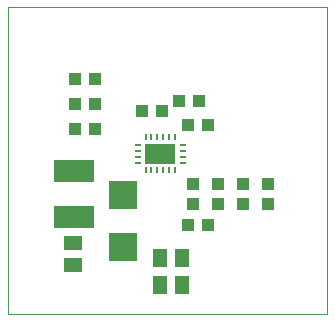
<source format=gtp>
G75*
G70*
%OFA0B0*%
%FSLAX24Y24*%
%IPPOS*%
%LPD*%
%AMOC8*
5,1,8,0,0,1.08239X$1,22.5*
%
%ADD10C,0.0000*%
%ADD11R,0.1043X0.0650*%
%ADD12R,0.0236X0.0098*%
%ADD13R,0.0098X0.0236*%
%ADD14R,0.0591X0.0512*%
%ADD15R,0.0512X0.0591*%
%ADD16R,0.0394X0.0433*%
%ADD17R,0.0433X0.0394*%
%ADD18R,0.0945X0.0945*%
%ADD19R,0.1339X0.0748*%
D10*
X000100Y000100D02*
X010730Y000100D01*
X010730Y010336D01*
X000100Y010336D01*
X000100Y000100D01*
D11*
X005179Y005454D03*
D12*
X005927Y005356D03*
X005927Y005553D03*
X005927Y005750D03*
X005927Y005159D03*
X004431Y005159D03*
X004431Y005356D03*
X004431Y005553D03*
X004431Y005750D03*
D13*
X004687Y006006D03*
X004883Y006006D03*
X005080Y006006D03*
X005277Y006006D03*
X005474Y006006D03*
X005671Y006006D03*
X005671Y004903D03*
X005474Y004903D03*
X005277Y004903D03*
X005080Y004903D03*
X004883Y004903D03*
X004687Y004903D03*
D14*
X002265Y002482D03*
X002265Y001734D03*
D15*
X005159Y001990D03*
X005907Y001990D03*
X005907Y001084D03*
X005159Y001084D03*
D16*
X006104Y003092D03*
X006773Y003092D03*
X006281Y003781D03*
X006281Y004450D03*
X008761Y004450D03*
X008761Y003781D03*
X005238Y006872D03*
X005789Y007226D03*
X006458Y007226D03*
X004569Y006872D03*
X002994Y006281D03*
X002324Y006281D03*
X002324Y007935D03*
X002994Y007935D03*
D17*
X002994Y007108D03*
X002324Y007108D03*
X006104Y006399D03*
X006773Y006399D03*
X007108Y004450D03*
X007108Y003781D03*
X007935Y003781D03*
X007935Y004450D03*
D18*
X003919Y004076D03*
X003919Y002344D03*
D19*
X002305Y003348D03*
X002305Y004883D03*
M02*

</source>
